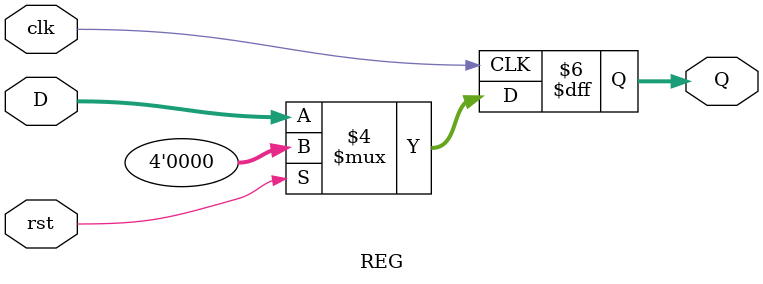
<source format=v>
`timescale 1ns / 1ps

module REG #(parameter DATAWIDTH = 4)(D, Q, clk, rst);
	input      [DATAWIDTH-1:0] D;
	input                      clk, rst;
	output reg [DATAWIDTH-1:0] Q;

	always @(posedge clk) begin
		if (rst == 1) // synchronous reset 
			Q <= 0;
		else
			Q <=D;
	end
endmodule
</source>
